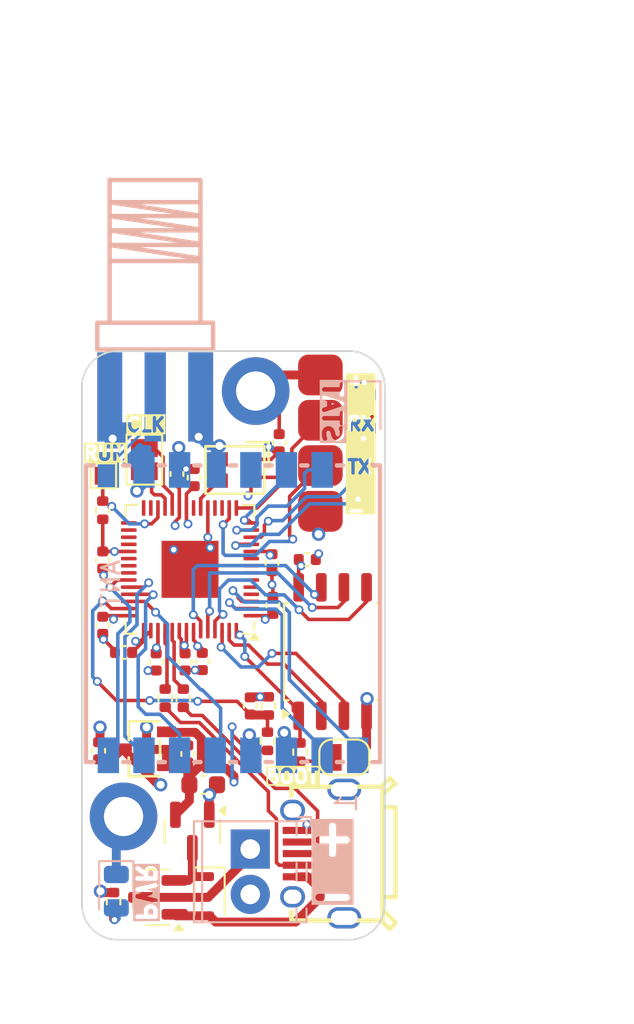
<source format=kicad_pcb>
(kicad_pcb (version 20240108) (generator "pcbnew") (generator_version "8.0")
  (layers (0 "F.Cu" signal) (1 "In1.Cu" signal) (2 "In2.Cu" signal) (31 "B.Cu" signal) (34 "B.Paste" user) (35 "F.Paste" user) (36 "B.SilkS" user "B.Silkscreen") (37 "F.SilkS" user "F.Silkscreen") (38 "B.Mask" user) (39 "F.Mask" user) (44 "Edge.Cuts" user))
  (net 0 "")
  (net 1 "GND")
  (net 2 "Net-(AE1-A)")
  (net 3 "+1V1")
  (net 4 "+3V3")
  (net 5 "+BATT")
  (net 6 "Net-(D1-K)")
  (net 7 "Net-(D2-A)")
  (net 8 "Net-(D3-K)")
  (net 9 "VBUS")
  (net 11 "/MCU/USB_D-")
  (net 13 "/MCU/USB_D+")
  (net 14 "/MCU/SWCLK")
  (net 15 "/MCU/SWD")
  (net 16 "/MCU/BOOTSEL")
  (net 17 "/Power/BATT POSTSW")
  (net 18 "/MCU/QSPI_SS")
  (net 19 "/MCU/RP USB_D+")
  (net 20 "/MCU/RP USB_D-")
  (net 21 "/MCU/RUN")
  (net 22 "/MCU/LEDINDICATION")
  (net 23 "/MCU/DIO2")
  (net 24 "/MCU/BUSY")
  (net 25 "/MCU/DIO3")
  (net 26 "/Radio Module/RST")
  (net 27 "/MCU/SCK")
  (net 28 "/MCU/NSS")
  (net 29 "/MCU/MISO")
  (net 30 "/MCU/TXCOEN")
  (net 31 "/MCU/MOSI")
  (net 32 "/MCU/DIO1")
  (net 33 "/MCU/QSPI_SD2")
  (net 34 "/MCU/QSPI_SCLK")
  (net 35 "/MCU/QSPI_SD3")
  (net 36 "/MCU/QSPI_SD1")
  (net 37 "/MCU/QSPI_SDO")
  (net 42 "/MCU/BATT SENSE ")
  (net 44 "/MCU/XIN")
  (net 50 "/MCU/RST")
  (net 58 "/MCU/GPS_TX")
  (net 59 "/MCU/GPS_RX")
  (footprint "Jumper:SolderJumper-2_P1.3mm_Open_RoundedPad1.0x1.5mm" (layer "F.Cu") (at 206.650301 102.35314 180)
    (property "Reference" "J3" (hide yes))
    (property "Value" "Conn_01x02")
  )
  (footprint "Capacitor_SMD:C_0402_1005Metric" (layer "F.Cu") (at 193.0908 94.9452 -90)
    (property "Reference" "C11" (hide yes))
    (property "Value" "100n")
  )
  (footprint "Capacitor_SMD:C_0402_1005Metric" (layer "F.Cu") (at 202.6412 93.8276 90)
    (property "Reference" "C8" (hide yes))
    (property "Value" "100n")
  )
  (footprint "Capacitor_SMD:C_0402_1005Metric" (layer "F.Cu") (at 202.9968 84.709 90)
    (property "Reference" "C5" (hide yes))
    (property "Value" "100n")
  )
  (footprint "Resistor_SMD:R_0402_1005Metric" (layer "F.Cu") (at 197.612 99.032 90)
    (property "Reference" "R2" (hide yes))
    (property "Value" "22R")
  )
  (footprint "TestPoint:TestPoint_Pad_1.0x1.0mm" (layer "F.Cu") (at 193.1416 86.5632)
    (property "Reference" "TP1" (hide yes))
    (property "Value" "TestPoint")
  )
  (footprint "Resistor_SMD:R_0402_1005Metric" (layer "F.Cu") (at 193.0908 88.4936 90)
    (property "Reference" "R4" (hide yes))
    (property "Value" "5.1k")
  )
  (footprint ".pretty:4 pads 2.54mm spacign" (layer "F.Cu") (at 205.3082 88.5317 90)
    (property "Reference" "J7" (hide yes))
    (property "Value" "Conn_01x04")
  )
  (footprint "Capacitor_SMD:C_0402_1005Metric" (layer "F.Cu") (at 201.3712 99.4664 90)
    (property "Reference" "C16" (hide yes))
    (property "Value" "100n")
  )
  (footprint "Capacitor_SMD:C_0402_1005Metric" (layer "F.Cu") (at 192.8622 101.981 90)
    (property "Reference" "C14" (hide yes))
    (property "Value" "1u")
  )
  (footprint "Package_TO_SOT_SMD:SOT-23" (layer "F.Cu") (at 196.1896 110.1993 180)
    (property "Reference" "Q1" (hide yes))
    (property "Value" "AO3401A")
  )
  (footprint "Diode_SMD:D_SOD-323F" (layer "F.Cu") (at 199.0852 110.1344 -90)
    (property "Reference" "D3" (hide yes))
    (property "Value" "D_Schottky")
  )
  (footprint "Resistor_SMD:R_0402_1005Metric" (layer "F.Cu") (at 207.7974 82.169 90)
    (property "Reference" "R5" (hide yes))
    (property "Value" "1k")
  )
  (footprint "Capacitor_SMD:C_0402_1005Metric" (layer "F.Cu") (at 197.7136 97 -90)
    (property "Reference" "C12" (hide yes))
    (property "Value" "100n")
  )
  (footprint "Resistor_SMD:R_0402_1005Metric" (layer "F.Cu") (at 202.3384 101.4476 90)
    (property "Reference" "R8" (hide yes))
    (property "Value" "30k")
  )
  (footprint "Resistor_SMD:R_0402_1005Metric" (layer "F.Cu") (at 204.1652 102.0572 -90)
    (property "Reference" "R1" (hide yes))
    (property "Value" "1k")
  )
  (footprint "Jumper:SolderJumper-2_P1.3mm_Open_Pad1.0x1.5mm" (layer "F.Cu") (at 195.4276 85.6592 -90)
    (property "Reference" "J2" (hide yes))
    (property "Value" "Conn_01x02")
  )
  (footprint "Capacitor_SMD:C_0402_1005Metric" (layer "F.Cu") (at 204.5716 91.2596)
    (property "Reference" "C3" (hide yes))
    (property "Value" "100n")
  )
  (footprint "Capacitor_SMD:C_0402_1005Metric" (layer "F.Cu") (at 198.2216 86.6648 90)
    (property "Reference" "C9" (hide yes))
    (property "Value" "100n")
  )
  (footprint "Capacitor_SMD:C_0402_1005Metric" (layer "F.Cu") (at 197.2564 86.4616 90)
    (property "Reference" "C2" (hide yes))
    (property "Value" "100n")
  )
  (footprint "Package_SO:SOIC-8_5.23x5.23mm_P1.27mm" (layer "F.Cu") (at 205.994 96.4184 90)
    (property "Reference" "U1" (hide yes))
    (property "Value" "W25Q128JVS")
  )
  (footprint "Package_TO_SOT_SMD:SOT-23" (layer "F.Cu") (at 198.12 106.5045 -90)
    (property "Reference" "Q2" (hide yes))
    (property "Value" "AO3401A")
  )
  (footprint "MountingHole:MountingHole_2.2mm_M2_DIN965_Pad" (layer "F.Cu") (at 194.2592 105.664)
    (property "Reference" "H4" (hide yes))
    (property "Value" "MountingHole_Pad")
  )
  (footprint "Resistor_SMD:R_0402_1005Metric" (layer "F.Cu") (at 202.3872 99.4664 90)
    (property "Reference" "R9" (hide yes))
    (property "Value" "51k")
  )
  (footprint "easyeda2kicad:OSC-SMD_4P-L2.0-W1.6-BL" (layer "F.Cu") (at 200.5128 86.24 180)
    (property "Reference" "X1" (hide yes))
    (property "Value" "SX1M12.000M10F30TNN")
  )
  (footprint "Package_DFN_QFN:QFN-56-1EP_7x7mm_P0.4mm_EP3.2x3.2mm" (layer "F.Cu") (at 197.99 91.8076 180)
    (property "Reference" "U2" (hide yes))
    (property "Value" "RP2040")
  )
  (footprint "Resistor_SMD:R_0402_1005Metric" (layer "F.Cu") (at 196.598 99.032 -90)
    (property "Reference" "R3" (hide yes))
    (property "Value" "22R")
  )
  (footprint "easyeda2kicad:MICRO-USB-SMD_U254-051T-4BHJ25-F2S" (layer "F.Cu") (at 205.1971 107.7468 90)
    (property "Reference" "J1" (hide yes))
    (property "Value" "USB_B_Micro")
  )
  (footprint "MountingHole:MountingHole_2.2mm_M2_DIN965_Pad" (layer "F.Cu") (at 201.676 81.8134)
    (property "Reference" "H3" (hide yes))
    (property "Value" "MountingHole_Pad")
  )
  (footprint "Capacitor_SMD:C_0402_1005Metric" (layer "F.Cu") (at 198.6788 96.9772 -90)
    (property "Reference" "C1" (hide yes))
    (property "Value" "100n")
  )
  (footprint "Capacitor_SMD:C_0402_1005Metric" (layer "F.Cu") (at 196.088 97 -90)
    (property "Reference" "C4" (hide yes))
    (property "Value" "1u")
  )
  (footprint "Capacitor_SMD:C_0402_1005Metric" (layer "F.Cu") (at 193.0908 91.2876 -90)
    (property "Reference" "C10" (hide yes))
    (property "Value" "100n")
  )
  (footprint "Capacitor_SMD:C_0402_1005Metric" (layer "F.Cu") (at 197.866 102.1588 90)
    (property "Reference" "C13" (hide yes))
    (property "Value" "1u")
  )
  (footprint ".pretty:SOT-23-3_L2.9-W1.6-P1.90-LS2.8-BR" (layer "F.Cu") (at 195.4322 101.8692)
    (property "Reference" "U3" (hide yes))
    (property "Value" "XC6206P332MR")
  )
  (footprint "Capacitor_SMD:C_0402_1005Metric" (layer "F.Cu") (at 202.5904 91.44 -90)
    (property "Reference" "C7" (hide yes))
    (property "Value" "100n")
  )
  (footprint "Capacitor_SMD:C_0603_1608Metric" (layer "F.Cu") (at 198.7296 103.886)
    (property "Reference" "C15" (hide yes))
    (property "Value" "10u")
  )
  (footprint "Resistor_SMD:R_0402_1005Metric" (layer "F.Cu") (at 193.7004 110.4392 90)
    (property "Reference" "R7" (hide yes))
    (property "Value" "1k")
  )
  (footprint "Capacitor_SMD:C_0402_1005Metric" (layer "F.Cu") (at 194.2592 96.4692 180)
    (property "Reference" "C6" (hide yes))
    (property "Value" "1u")
  )
  (footprint "TerminalBlock_Phoenix:TerminalBlock_Phoenix_MPT-0,5-2-2.54_1x02_P2.54mm_Horizontal" (layer "B.Cu") (at 201.3712 107.4928 -90)
    (property "Reference" "J4" (hide yes))
    (property "Value" "Screw_Terminal_01x02")
  )
  (footprint "easyeda2kicad2:WIRELM-SMD_16P-L16.0-W16.0-P2.00_LORA1280-TCXO" (layer "B.Cu") (at 200.406 94.234 90)
    (property "Reference" "R6" (hide yes))
    (property "Value" "~")
  )
  (footprint "LED_SMD:LED_0805_2012Metric" (layer "B.Cu") (at 193.8528 109.8527 -90)
    (property "Reference" "D2" (hide yes))
    (property "Value" "LED")
  )
  (footprint "LED_SMD:LED_0805_2012Metric" (layer "B.Cu") (at 207.7212 82.9564 -90)
    (property "Reference" "D1" (hide yes))
    (property "Value" "LED")
  )
  (footprint ".pretty:CONN-SMD_KH-SMA-KE8-G" (layer "B.Cu") (at 196.0372 82.1436 180)
    (property "Reference" "AE1" (hide yes))
    (property "Value" "Antenna_Shield")
  )
  (gr_line (start 191.9224 110.5728) (end 191.9224 81.5728) (stroke (width 0.1)) (layer "Edge.Cuts"))
  (gr_arc (start 206.9224 79.5728) (mid 208.336614 80.158586) (end 208.9224 81.5728) (stroke (width 0.1)) (layer "Edge.Cuts"))
  (gr_line (start 208.9224 81.5728) (end 208.9224 110.5728) (stroke (width 0.1)) (layer "Edge.Cuts"))
  (gr_arc (start 208.9224 110.5728) (mid 208.336614 111.987014) (end 206.9224 112.5728) (stroke (width 0.1)) (layer "Edge.Cuts"))
  (gr_line (start 206.9224 112.5728) (end 193.9224 112.5728) (stroke (width 0.1)) (layer "Edge.Cuts"))
  (gr_arc (start 191.9224 81.5728) (mid 192.508186 80.158586) (end 193.9224 79.5728) (stroke (width 0.1)) (layer "Edge.Cuts"))
  (gr_arc (start 193.9224 112.5728) (mid 192.508186 111.987014) (end 191.9224 110.5728) (stroke (width 0.1)) (layer "Edge.Cuts"))
  (gr_line (start 193.9224 79.5728) (end 206.9224 79.5728) (stroke (width 0.1)) (layer "Edge.Cuts"))
  (gr_text "+\n-" (at 207.4926 111.2266 0) (layer "B.SilkS" knockout) (effects (font (size 2 2) (thickness 0.4) (bold yes)) (justify left bottom mirror)))
  (gr_text "STAT" (at 205.3844 84.836 270) (layer "B.SilkS" knockout) (effects (font (size 1 1) (thickness 0.25) (bold yes)) (justify left bottom mirror)))
  (gr_text "PWR" (at 194.912321 111.686375 -90) (layer "B.SilkS" knockout) (effects (font (size 1 1) (thickness 0.25) (bold yes)) (justify left bottom mirror)))
  (gr_text "+\n\nRX\n\nTX\n\n-" (at 206.7306 88.9254 0) (layer "F.SilkS" knockout) (effects (font (size 0.75 0.75) (thickness 0.1875) (bold yes)) (justify left bottom)))
  (gr_text "BOOT" (at 202.1586 103.8606 0) (layer "F.SilkS" knockout) (effects (font (size 0.75 0.75) (thickness 0.1875) (bold yes)) (justify left bottom)))
  (gr_text "CLK" (at 194.3354 84.1502 0) (layer "F.SilkS" knockout) (effects (font (size 0.75 0.75) (thickness 0.1875) (bold yes)) (justify left bottom)))
  (gr_text "RUN" (at 191.929948 85.740922 0) (layer "F.SilkS" knockout) (effects (font (size 0.75 0.75) (thickness 0.1875) (bold yes)) (justify left bottom)))
  (segment (start 192.9384 101.4248) (end 192.9384 100.658998) (width 0.5) (layer "F.Cu") (net 1))
  (segment (start 199.6128 85.64) (end 199.6128 84.918) (width 0.2) (layer "F.Cu") (net 1))
  (segment (start 195.554198 101.829798) (end 195.554198 100.658998) (width 0.5) (layer "F.Cu") (net 1))
  (segment (start 202.9968 83.1342) (end 201.676 81.8134) (width 0.2) (layer "F.Cu") (net 1))
  (segment (start 198.99 90.458327) (end 199.128484 90.596811) (width 0.2) (layer "F.Cu") (net 1))
  (segment (start 193.7792 96.3702) (end 193.0908 95.6818) (width 0.2) (layer "F.Cu") (net 1))
  (segment (start 207.899 99.0854) (end 207.9244 99.06) (width 0.5) (layer "F.Cu") (net 1))
  (segment (start 192.8622 101.6) (end 192.8876 101.6254) (width 0.2) (layer "F.Cu") (net 1))
  (segment (start 197.2564 86.1848) (end 198.2216 86.1848) (width 0.2) (layer "F.Cu") (net 1))
  (segment (start 198.99 88.3701) (end 198.99 90.0176) (width 0.2) (layer "F.Cu") (net 1))
  (segment (start 199.5046 104.0102) (end 199.07 104.4448) (width 0.5) (layer "F.Cu") (net 1))
  (segment (start 195.636 97.48) (end 195.6308 97.4852) (width 0.2) (layer "F.Cu") (net 1))
  (segment (start 196.6292 101.9048) (end 196.6722 101.9478) (width 0.5) (layer "F.Cu") (net 1))
  (segment (start 199.5046 103.886) (end 199.5046 104.0102) (width 0.5) (layer "F.Cu") (net 1))
  (segment (start 196.6722 101.9478) (end 196.6722 102.8192) (width 0.5) (layer "F.Cu") (net 1))
  (segment (start 199.07 105.567) (end 199.07 104.4448) (width 0.5) (layer "F.Cu") (net 1))
  (segment (start 197.99 91.8076) (end 198.99 90.8076) (width 0.2) (layer "F.Cu") (net 1))
  (segment (start 197.7364 97.4572) (end 197.7136 97.48) (width 0.2) (layer "F.Cu") (net 1))
  (segment (start 207.899 101.754441) (end 207.300301 102.35314) (width 0.5) (layer "F.Cu") (net 1))
  (segment (start 193.7792 96.4692) (end 193.7792 96.3702) (width 0.2) (layer "F.Cu") (net 1))
  (segment (start 203.9871 106.4468) (end 204.210222 106.4468) (width 0.2) (layer "F.Cu") (net 1))
  (segment (start 198.99 90.8076) (end 198.99 90.735295) (width 0.2) (layer "F.Cu") (net 1))
  (segment (start 202.5904 91.92) (end 202.5904 92.663736) (width 0.2) (layer "F.Cu") (net 1))
  (segment (start 197.866 101.6788) (end 197.64 101.9048) (width 0.5) (layer "F.Cu") (net 1))
  (segment (start 202.6412 92.714536) (end 202.592464 92.6658) (width 0.2) (layer "F.Cu") (net 1))
  (segment (start 202.6412 93.3476) (end 202.6412 92.714536) (width 0.2) (layer "F.Cu") (net 1))
  (segment (start 198.99 90.0176) (end 198.99 90.458327) (width 0.2) (layer "F.Cu") (net 1))
  (segment (start 202.5904 92.663736) (end 202.592464 92.6658) (width 0.2) (layer "F.Cu") (net 1))
  (segment (start 199.6128 84.918) (end 199.644 84.8868) (width 0.2) (layer "F.Cu") (net 1))
  (segment (start 197.2056 101.9048) (end 196.6292 101.9048) (width 0.5) (layer "F.Cu") (net 1))
  (segment (start 207.899 100.0184) (end 207.899 101.754441) (width 0.5) (layer "F.Cu") (net 1))
  (segment (start 193.0908 92.1004) (end 193.1416 92.1512) (width 0.2) (layer "F.Cu") (net 1))
  (segment (start 205.0516 91.2596) (end 205.0516 91.093844) (width 0.2) (layer "F.Cu") (net 1))
  (segment (start 193.0908 91.7676) (end 193.0908 92.1004) (width 0.2) (layer "F.Cu") (net 1))
  (segment (start 192.8622 101.501) (end 192.8622 101.6) (width 0.2) (layer "F.Cu") (net 1))
  (segment (start 198.6788 97.4572) (end 197.7364 97.4572) (width 0.2) (layer "F.Cu") (net 1))
  (segment (start 205.0516 91.093844) (end 205.209711 90.935733) (width 0.2) (layer "F.Cu") (net 1))
  (segment (start 196.088 97.48) (end 195.636 97.48) (width 0.2) (layer "F.Cu") (net 1))
  (segment (start 198.99 90.735295) (end 199.128484 90.596811) (width 0.2) (layer "F.Cu") (net 1))
  (segment (start 202.9968 84.229) (end 202.9968 83.1342) (width 0.2) (layer "F.Cu") (net 1))
  (segment (start 202.3872 98.9564) (end 201.4012 98.9564) (width 0.5) (layer "F.Cu") (net 1))
  (segment (start 192.8622 101.501) (end 192.9384 101.4248) (width 0.5) (layer "F.Cu") (net 1))
  (segment (start 197.64 101.9048) (end 197.2056 101.9048) (width 0.5) (layer "F.Cu") (net 1))
  (segment (start 195.6292 101.9048) (end 195.554198 101.829798) (width 0.5) (layer "F.Cu") (net 1))
  (segment (start 201.4012 98.9564) (end 201.3712 98.9864) (width 0.5) (layer "F.Cu") (net 1))
  (segment (start 193.0908 95.6818) (end 193.0908 95.4252) (width 0.2) (layer "F.Cu") (net 1))
  (segment (start 204.210222 106.4468) (end 204.552088 106.104934) (width 0.2) (layer "F.Cu") (net 1))
  (segment (start 207.899 100.0184) (end 207.899 99.0854) (width 0.5) (layer "F.Cu") (net 1))
  (segment (start 205.3082 80.9117) (end 202.5777 80.9117) (width 0.5) (layer "F.Cu") (net 1))
  (segment (start 202.5777 80.9117) (end 201.676 81.8134) (width 0.5) (layer "F.Cu") (net 1))
  (segment (start 196.6292 101.9048) (end 195.6292 101.9048) (width 0.5) (layer "F.Cu") (net 1))
  (via (at 198.99 90.0176) (size 0.5) (drill 0.3) (layers "F.Cu" "B.Cu") (net 1))
  (via (at 193.1416 92.1512) (size 0.5) (drill 0.3) (layers "F.Cu" "B.Cu") (net 1))
  (via (at 204.552088 106.104934) (size 0.5) (drill 0.3) (layers "F.Cu" "B.Cu") (net 1))
  (via (at 205.209711 90.935733) (size 0.5) (drill 0.3) (layers "F.Cu" "B.Cu") (net 1))
  (via (at 195.0074 87.413621) (size 0.75) (drill 0.45) (layers "F.Cu" "B.Cu") (net 1))
  (via (at 199.07 104.4448) (size 0.75) (drill 0.45) (layers "F.Cu" "B.Cu") (net 1))
  (via (at 201.3204 101.092) (size 0.75) (drill 0.45) (layers "F.Cu" "B.Cu") (net 1))
  (via (at 197.358 84.9884) (size 0.75) (drill 0.45) (layers "F.Cu" "B.Cu") (net 1))
  (via (at 197.075019 90.708178) (size 0.5) (drill 0.3) (layers "F.Cu" "B.Cu") (net 1))
  (via (at 195.554198 100.658998) (size 0.75) (drill 0.45) (layers "F.Cu" "B.Cu") (net 1))
  (via (at 199.644 84.8868) (size 0.75) (drill 0.45) (layers "F.Cu" "B.Cu") (net 1))
  (via (at 198.2724 97.4572) (size 0.5) (drill 0.3) (layers "F.Cu" "B.Cu") (net 1))
  (via (at 197.7644 86.1848) (size 0.5) (drill 0.3) (layers "F.Cu" "B.Cu") (net 1))
  (via (at 198.4756 84.3788) (size 0.75) (drill 0.45) (layers "F.Cu" "B.Cu") (net 1))
  (via (at 202.592464 92.6658) (size 0.5) (drill 0.3) (layers "F.Cu" "B.Cu") (net 1))
  (via (at 193.6496 84.4804) (size 0.75) (drill 0.45) (layers "F.Cu" "B.Cu") (net 1))
  (via (at 201.93 98.9564) (size 0.5) (drill 0.3) (layers "F.Cu" "B.Cu") (net 1))
  (via (at 195.6308 97.4852) (size 0.5) (drill 0.3) (layers "F.Cu" "B.Cu") (net 1))
  (via (at 207.9244 99.06) (size 0.75) (drill 0.45) (layers "F.Cu" "B.Cu") (net 1))
  (via (at 193.128213 95.735656) (size 0.5) (drill 0.3) (layers "F.Cu" "B.Cu") (net 1))
  (via (at 192.9384 100.658998) (size 0.75) (drill 0.45) (layers "F.Cu" "B.Cu") (net 1))
  (via (at 199.128484 90.596811) (size 0.5) (drill 0.3) (layers "F.Cu" "B.Cu") (net 1))
  (segment (start 193.538 84.3688) (end 193.6496 84.4804) (width 0.5) (layer "B.Cu") (net 1))
  (segment (start 193.538 81.8695) (end 193.538 84.3688) (width 0.5) (layer "B.Cu") (net 1))
  (segment (start 198.4756 84.3788) (end 198.9836 84.8868) (width 0.5) (layer "B.Cu") (net 1))
  (segment (start 201.406 102.234) (end 201.406 101.1776) (width 0.5) (layer "B.Cu") (net 1))
  (segment (start 198.9836 84.8868) (end 199.644 84.8868) (width 0.5) (layer "B.Cu") (net 1))
  (segment (start 197.406 86.234) (end 197.406 85.0364) (width 0.5) (layer "B.Cu") (net 1))
  (segment (start 199.406 86.234) (end 199.406 85.1248) (width 0.5) (layer "B.Cu") (net 1))
  (segment (start 201.406 101.1776) (end 201.3204 101.092) (width 0.5) (layer "B.Cu") (net 1))
  (segment (start 195.406 87.015021) (end 195.0074 87.413621) (width 0.5) (layer "B.Cu") (net 1))
  (segment (start 195.406 86.234) (end 195.406 87.015021) (width 0.5) (layer "B.Cu") (net 1))
  (segment (start 193.8528 108.9152) (end 193.8528 106.0704) (width 0.5) (layer "B.Cu") (net 1))
  (segment (start 197.406 85.0364) (end 197.358 84.9884) (width 0.5) (layer "B.Cu") (net 1))
  (segment (start 193.8528 106.0704) (end 194.2592 105.664) (width 0.5) (layer "B.Cu") (net 1))
  (segment (start 199.406 85.1248) (end 199.644 84.8868) (width 0.5) (layer "B.Cu") (net 1))
  (segment (start 201.406 102.9186) (end 201.406 102.234) (width 0.5) (layer "B.Cu") (net 1))
  (segment (start 196.088 83.3628) (end 196.088 81.8695) (width 0.2) (layer "B.Cu") (net 2))
  (segment (start 193.406 86.234) (end 193.406 86.0448) (width 0.2) (layer "B.Cu") (net 2))
  (segment (start 193.406 86.0448) (end 196.088 83.3628) (width 0.15) (layer "B.Cu") (net 2))
  (segment (start 198.37312 95.96208) (end 198.19 95.77896) (width 0.2) (layer "F.Cu") (net 3))
  (segment (start 198.6788 96.26776) (end 198.37312 95.96208) (width 0.2) (layer "F.Cu") (net 3))
  (segment (start 196.19 96.418) (end 196.19 95.9104) (width 0.2) (layer "F.Cu") (net 3))
  (segment (start 197.39 88.3701) (end 197.39 87.2784) (width 0.2) (layer "F.Cu") (net 3))
  (segment (start 197.39 88.3701) (end 197.39 88.90396) (width 0.2) (layer "F.Cu") (net 3))
  (segment (start 198.37312 95.96208) (end 198.415682 96.004642) (width 0.2) (layer "F.Cu") (net 3))
  (segment (start 198.19 95.77896) (end 198.19 95.2451) (width 0.2) (layer "F.Cu") (net 3))
  (segment (start 196.104841 96.209876) (end 196.19 96.124717) (width 0.2) (layer "F.Cu") (net 3))
  (segment (start 196.19 96.124717) (end 196.19 95.9104) (width 0.2) (layer "F.Cu") (net 3))
  (segment (start 197.39 88.90396) (end 197.1548 89.13916) (width 0.2) (layer "F.Cu") (net 3))
  (segment (start 198.415682 96.004642) (end 198.415682 96.117324) (width 0.2) (layer "F.Cu") (net 3))
  (segment (start 198.6788 96.4972) (end 198.6788 96.26776) (width 0.2) (layer "F.Cu") (net 3))
  (segment (start 196.088 96.52) (end 196.19 96.418) (width 0.2) (layer "F.Cu") (net 3))
  (segment (start 196.19 95.9104) (end 196.19 95.2451) (width 0.2) (layer "F.Cu") (net 3))
  (segment (start 197.39 87.2784) (end 197.2564 87.1448) (width 0.2) (layer "F.Cu") (net 3))
  (segment (start 197.1548 89.13916) (end 197.1548 89.3572) (width 0.2) (layer "F.Cu") (net 3))
  (via (at 198.415682 96.117324) (size 0.5) (drill 0.3) (layers "F.Cu" "B.Cu") (net 3))
  (via (at 197.1548 89.3572) (size 0.5) (drill 0.3) (layers "F.Cu" "B.Cu") (net 3))
  (via (at 196.104841 96.209876) (size 0.5) (drill 0.3) (layers "F.Cu" "B.Cu") (net 3))
  (segment (start 202.0824 94.488) (end 202.2094 94.615) (width 0.2) (layer "F.Cu") (net 4))
  (segment (start 195.79 95.2451) (end 195.195752 95.839348) (width 0.2) (layer "F.Cu") (net 4))
  (segment (start 193.7004 109.9292) (end 193.037778 109.9292) (width 0.5) (layer "F.Cu") (net 4))
  (segment (start 195.195752 95.839348) (end 194.937822 95.839348) (width 0.2) (layer "F.Cu") (net 4))
  (segment (start 202.0824 94.4076) (end 202.0824 94.488) (width 0.2) (layer "F.Cu") (net 4))
  (segment (start 194.5525 90.8076) (end 193.7512 90.8076) (width 0.2) (layer "F.Cu") (net 4))
  (segment (start 201.4128 85.64) (end 202.5458 85.64) (width 0.2) (layer "F.Cu") (net 4))
  (segment (start 202.9008 85.429239) (end 202.405811 84.93425) (width 0.2) (layer "F.Cu") (net 4))
  (segment (start 202.9008 86.6508) (end 202.9008 85.8012) (width 0.2) (layer "F.Cu") (net 4))
  (segment (start 197.39 95.619427) (end 197.498 95.727428) (width 0.2) (layer "F.Cu") (net 4))
  (segment (start 201.4275 90.8076) (end 202.0316 90.8076) (width 0.2) (layer "F.Cu") (net 4))
  (segment (start 193.037778 109.9292) (end 192.961617 109.853039) (width 0.5) (layer "F.Cu") (net 4))
  (segment (start 195.39 95.8184) (end 194.7392 96.4692) (width 0.2) (layer "F.Cu") (net 4))
  (segment (start 204.089 91.7448) (end 204.221165 91.612635) (width 0.2) (layer "F.Cu") (net 4))
  (segment (start 197.79 95.2451) (end 197.79 95.962563) (width 0.2) (layer "F.Cu") (net 4))
  (segment (start 197.79 87.5764) (end 197.79 88.3701) (width 0.2) (layer "F.Cu") (net 4))
  (segment (start 195.39 95.2451) (end 195.39 95.8184) (width 0.2) (layer "F.Cu") (net 4))
  (segment (start 197.79 89.1796) (end 197.873535 89.263135) (width 0.2) (layer "F.Cu") (net 4))
  (segment (start 202.9008 85.285) (end 202.9968 85.189) (width 0.2) (layer "F.Cu") (net 4))
  (segment (start 205.2066 89.423) (end 205.2066 89.8398) (width 0.5) (layer "F.Cu") (net 4))
  (segment (start 204.089 92.8184) (end 204.089 91.7448) (width 0.2) (layer "F.Cu") (net 4))
  (segment (start 197.79 88.3701) (end 197.79 89.1796) (width 0.2) (layer "F.Cu") (net 4))
  (segment (start 193.3998 94.4076) (end 194.5525 94.4076) (width 0.2) (layer "F.Cu") (net 4))
  (segment (start 201.602 86.6508) (end 201.4128 86.84) (width 0.2) (layer "F.Cu") (net 4))
  (segment (start 196.209 103.886) (end 196.342 103.886) (width 0.5) (layer "F.Cu") (net 4))
  (segment (start 193.0908 90.8076) (end 193.0908 89.0036) (width 0.2) (layer "F.Cu") (net 4))
  (segment (start 202.0316 90.8076) (end 202.438 90.8076) (width 0.2) (layer "F.Cu") (net 4))
  (segment (start 197.498 95.727428) (end 197.498 96.52) (width 0.2) (layer "F.Cu") (net 4))
  (segment (start 201.4128 87.515402) (end 201.4128 86.84) (width 0.2) (layer "F.Cu") (net 4))
  (segment (start 202.438 90.8076) (end 202.5904 90.96) (width 0.2) (layer "F.Cu") (net 4))
  (segment (start 193.5496 102.461) (end 193.6004 102.461) (width 0.5) (layer "F.Cu") (net 4))
  (segment (start 193.0908 94.4652) (end 193.3422 94.4652) (width 0.2) (layer "F.Cu") (net 4))
  (segment (start 202.9008 85.8012) (end 202.9008 85.429239) (width 0.2) (layer "F.Cu") (net 4))
  (segment (start 197.7136 96.52) (end 197.7136 96.123031) (width 0.2) (layer "F.Cu") (net 4))
  (segment (start 201.2442 87.684002) (end 201.4128 87.515402) (width 0.2) (layer "F.Cu") (net 4))
  (segment (start 202.0824 94.4076) (end 201.4275 94.4076) (width 0.2) (layer "F.Cu") (net 4))
  (segment (start 193.5496 102.461) (end 192.8622 102.461) (width 0.5) (layer "F.Cu") (net 4))
  (segment (start 197.498 96.52) (end 197.7136 96.52) (width 0.2) (layer "F.Cu") (net 4))
  (segment (start 204.0916 91.48307) (end 204.221165 91.612635) (width 0.2) (layer "F.Cu") (net 4))
  (segment (start 202.277185 90.8076) (end 202.481563 91.011978) (width 0.2) (layer "F.Cu") (net 4))
  (segment (start 204.0032 91.1712) (end 204.0916 91.2596) (width 0.2) (layer "F.Cu") (net 4))
  (segment (start 193.3422 94.4652) (end 193.3998 94.4076) (width 0.2) (layer "F.Cu") (net 4))
  (segment (start 202.5412 94.4076) (end 202.0824 94.4076) (width 0.2) (layer "F.Cu") (net 4))
  (segment (start 197.79 95.962563) (end 197.671566 96.080997) (width 0.2) (layer "F.Cu") (net 4))
  (segment (start 201.4128 85.64) (end 201.4128 86.84) (width 0.2) (layer "F.Cu") (net 4))
  (segment (start 202.0316 90.8076) (end 202.277185 90.8076) (width 0.2) (layer "F.Cu") (net 4))
  (segment (start 202.6412 94.3076) (end 202.5412 94.4076) (width 0.2) (layer "F.Cu") (net 4))
  (segment (start 202.9008 86.6508) (end 201.602 86.6508) (width 0.2) (layer "F.Cu") (net 4))
  (segment (start 194.1922 101.8692) (end 196.209 103.886) (width 0.5) (layer "F.Cu") (net 4))
  (segment (start 197.7136 96.123031) (end 197.671566 96.080997) (width 0.2) (layer "F.Cu") (net 4))
  (segment (start 197.39 95.2451) (end 197.39 95.619427) (width 0.2) (layer "F.Cu") (net 4))
  (segment (start 193.6004 102.461) (end 194.1922 101.8692) (width 0.5) (layer "F.Cu") (net 4))
  (segment (start 202.9008 85.8012) (end 202.9008 85.285) (width 0.2) (layer "F.Cu") (net 4))
  (segment (start 202.5458 85.64) (end 202.9968 85.189) (width 0.2) (layer "F.Cu") (net 4))
  (segment (start 198.2216 87.1448) (end 197.79 87.5764) (width 0.2) (layer "F.Cu") (net 4))
  (segment (start 193.0908 90.8076) (end 193.7512 90.8076) (width 0.2) (layer "F.Cu") (net 4))
  (segment (start 204.0916 91.2596) (end 204.0916 91.48307) (width 0.2) (layer "F.Cu") (net 4))
  (via (at 207.7212 84.4804) (size 0.5) (drill 0.3) (layers "F.Cu" "B.Cu") (net 4))
  (via (at 196.342 103.886) (size 0.75) (drill 0.45) (layers "F.Cu" "B.Cu") (net 4))
  (via (at 197.671566 96.080997) (size 0.5) (drill 0.3) (layers "F.Cu" "B.Cu") (net 4))
  (via (at 192.961617 109.853039) (size 0.75) (drill 0.45) (layers "F.Cu" "B.Cu") (net 4))
  (via (at 205.2066 89.8398) (size 0.75) (drill 0.45) (layers "F.Cu" "B.Cu") (net 4))
  (via (at 201.2442 87.684002) (size 0.5) (drill 0.3) (layers "F.Cu" "B.Cu") (net 4))
  (via (at 202.481563 91.011978) (size 0.5) (drill 0.3) (layers "F.Cu" "B.Cu") (net 4))
  (via (at 193.7004 94.6076) (size 0.5) (drill 0.3) (layers "F.Cu" "B.Cu") (net 4))
  (via (at 204.221165 91.612635) (size 0.5) (drill 0.3) (layers "F.Cu" "B.Cu") (net 4))
  (via (at 202.405811 84.93425) (size 0.6) (drill 0.3) (layers "F.Cu" "B.Cu") (net 4))
  (via (at 203.274086 100.96452) (size 0.75) (drill 0.45) (layers "F.Cu" "B.Cu") (net 4))
  (via (at 197.873535 89.263135) (size 0.5) (drill 0.3) (layers "F.Cu" "B.Cu") (net 4))
  (via (at 202.2094 94.615) (size 0.5) (drill 0.3) (layers "F.Cu" "B.Cu") (net 4))
  (via (at 193.7512 90.8076) (size 0.5) (drill 0.3) (layers "F.Cu" "B.Cu") (net 4))
  (via (at 194.937822 95.839348) (size 0.5) (drill 0.3) (layers "F.Cu" "B.Cu") (net 4))
  (segment (start 203.406 102.234) (end 203.406 101.096434) (width 0.5) (layer "B.Cu") (net 4))
  (segment (start 203.406 101.096434) (end 203.274086 100.96452) (width 0.5) (layer "B.Cu") (net 4))
  (segment (start 207.7212 83.8939) (end 207.7212 84.4804) (width 0.2) (layer "B.Cu") (net 4))
  (segment (start 202.3384 101.9576) (end 201.231405 101.9576) (width 0.2) (layer "F.Cu") (net 5))
  (segment (start 196.6292 100.9548) (end 196.6352 100.9488) (width 0.5) (layer "F.Cu") (net 5))
  (segment (start 201.231405 101.9576) (end 200.3552 101.081395) (width 0.2) (layer "F.Cu") (net 5))
  (segment (start 200.015428 102.961) (end 200.4568 103.402372) (width 0.5) (layer "F.Cu") (net 5))
  (segment (start 197.9546 103.411) (end 197.9546 103.886) (width 0.5) (layer "F.Cu") (net 5))
  (segment (start 196.6352 100.9488) (end 198.284266 100.9488) (width 0.5) (layer "F.Cu") (net 5))
  (segment (start 197.866 102.6388) (end 197.866 103.7974) (width 0.5) (layer "F.Cu") (net 5))
  (segment (start 197.9546 104.7824) (end 197.17 105.567) (width 0.5) (layer "F.Cu") (net 5))
  (segment (start 198.284266 100.9488) (end 198.628 101.292534) (width 0.5) (layer "F.Cu") (net 5))
  (segment (start 198.628 102.108) (end 198.628 102.7376) (width 0.5) (layer "F.Cu") (net 5))
  (segment (start 200.3552 101.081395) (end 200.3552 100.6348) (width 0.2) (layer "F.Cu") (net 5))
  (segment (start 198.628 102.7376) (end 197.9546 103.411) (width 0.5) (layer "F.Cu") (net 5))
  (segment (start 197.866 103.7974) (end 197.9546 103.886) (width 0.5) (layer "F.Cu") (net 5))
  (segment (start 198.8514 102.961) (end 200.015428 102.961) (width 0.5) (layer "F.Cu") (net 5))
  (segment (start 198.628 101.292534) (end 198.628 102.108) (width 0.5) (layer "F.Cu") (net 5))
  (segment (start 200.4568 103.402372) (end 200.4568 103.7336) (width 0.5) (layer "F.Cu") (net 5))
  (segment (start 197.9546 103.886) (end 197.9546 104.7824) (width 0.5) (layer "F.Cu") (net 5))
  (segment (start 198.628 102.7376) (end 198.8514 102.961) (width 0.5) (layer "F.Cu") (net 5))
  (via (at 200.4568 103.7336) (size 0.5) (drill 0.3) (layers "F.Cu" "B.Cu") (net 5))
  (via (at 200.3552 100.6348) (size 0.5) (drill 0.3) (layers "F.Cu" "B.Cu") (net 5))
  (segment (start 200.3552 103.632) (end 200.4568 103.7336) (width 0.2) (layer "B.Cu") (net 5))
  (segment (start 200.3552 100.6348) (end 200.3552 103.632) (width 0.2) (layer "B.Cu") (net 5))
  (via (at 207.772 81.3308) (size 0.5) (drill 0.3) (layers "F.Cu" "B.Cu") (net 6))
  (segment (start 207.7212 81.3816) (end 207.772 81.3308) (width 0.2) (layer "B.Cu") (net 6))
  (segment (start 207.7212 82.0189) (end 207.7212 81.3816) (width 0.2) (layer "B.Cu") (net 6))
  (segment (start 193.7004 111.4044) (end 193.7512 111.4552) (width 0.5) (layer "F.Cu") (net 7))
  (segment (start 193.7004 110.9492) (end 193.7004 111.4044) (width 0.5) (layer "F.Cu") (net 7))
  (via (at 193.7512 111.4552) (size 0.5) (drill 0.3) (layers "F.Cu" "B.Cu") (net 7))
  (segment (start 193.8528 110.7902) (end 193.8528 111.3536) (width 0.5) (layer "B.Cu") (net 7))
  (segment (start 193.8528 111.3536) (end 193.7512 111.4552) (width 0.5) (layer "B.Cu") (net 7))
  (segment (start 199.0852 109.0344) (end 198.12 109.0344) (width 0.5) (layer "F.Cu") (net 8))
  (segment (start 198.12 109.0344) (end 197.9051 109.2493) (width 0.5) (layer "F.Cu") (net 8))
  (segment (start 197.9051 109.2493) (end 197.1271 109.2493) (width 0.5) (layer "F.Cu") (net 8))
  (segment (start 198.12 107.442) (end 198.12 109.0344) (width 0.5) (layer "F.Cu") (net 8))
  (segment (start 205.2971 109.7468) (end 205.2971 110.201724) (width 0.5) (layer "F.Cu") (net 9))
  (segment (start 197.2122 111.2344) (end 197.1271 111.1493) (width 0.5) (layer "F.Cu") (net 9))
  (segment (start 199.0852 111.2344) (end 197.2122 111.2344) (width 0.5) (layer "F.Cu") (net 9))
  (segment (start 199.4336 111.5828) (end 199.0852 111.2344) (width 0.5) (layer "F.Cu") (net 9))
  (segment (start 204.5971 109.0468) (end 205.2971 109.7468) (width 0.5) (layer "F.Cu") (net 9))
  (segment (start 203.916024 111.5828) (end 199.4336 111.5828) (width 0.5) (layer "F.Cu") (net 9))
  (segment (start 205.2971 110.201724) (end 203.916024 111.5828) (width 0.5) (layer "F.Cu") (net 9))
  (segment (start 203.9971 109.0468) (end 204.5971 109.0468) (width 0.5) (layer "F.Cu") (net 9))
  (segment (start 197.4548 100.3988) (end 198.512084 100.3988) (width 0.2) (layer "F.Cu") (net 11))
  (segment (start 202.8444 105.796892) (end 202.8444 108.2441) (width 0.2) (layer "F.Cu") (net 11))
  (segment (start 202.9971 108.3968) (end 203.9971 108.3968) (width 0.2) (layer "F.Cu") (net 11))
  (segment (start 198.512084 100.3988) (end 202.3872 104.273916) (width 0.2) (layer "F.Cu") (net 11))
  (segment (start 202.3872 104.273916) (end 202.3872 105.339692) (width 0.2) (layer "F.Cu") (net 11))
  (segment (start 202.3872 105.339692) (end 202.8444 105.796892) (width 0.2) (layer "F.Cu") (net 11))
  (segment (start 202.8444 108.2441) (end 202.9971 108.3968) (width 0.2) (layer "F.Cu") (net 11))
  (segment (start 196.598 99.542) (end 197.4548 100.3988) (width 0.2) (layer "F.Cu") (net 11))
  (segment (start 205.152088 107.591812) (end 205.152088 105.358996) (width 0.2) (layer "F.Cu") (net 13))
  (segment (start 198.677769 99.9988) (end 198.0688 99.9988) (width 0.2) (layer "F.Cu") (net 13))
  (segment (start 203.9971 107.7468) (end 204.9971 107.7468) (width 0.2) (layer "F.Cu") (net 13))
  (segment (start 204.9971 107.7468) (end 205.152088 107.591812) (width 0.2) (layer "F.Cu") (net 13))
  (segment (start 198.0688 99.9988) (end 197.612 99.542) (width 0.2) (layer "F.Cu") (net 13))
  (segment (start 202.768169 104.0892) (end 198.677769 99.9988) (width 0.2) (layer "F.Cu") (net 13))
  (segment (start 203.882292 104.0892) (end 202.768169 104.0892) (width 0.2) (layer "F.Cu") (net 13))
  (segment (start 205.152088 105.358996) (end 203.882292 104.0892) (width 0.2) (layer "F.Cu") (net 13))
  (segment (start 196.4776 87.098934) (end 196.4776 85.5092) (width 0.2) (layer "F.Cu") (net 14))
  (segment (start 196.99 87.611334) (end 196.4776 87.098934) (width 0.2) (layer "F.Cu") (net 14))
  (segment (start 196.4776 85.5092) (end 195.9776 85.0092) (width 0.2) (layer "F.Cu") (net 14))
  (segment (start 195.9776 85.0092) (end 195.4276 85.0092) (width 0.2) (layer "F.Cu") (net 14))
  (segment (start 196.99 88.3701) (end 196.99 87.611334) (width 0.2) (layer "F.Cu") (net 14))
  (segment (start 195.834 86.7156) (end 195.834 87.4716) (width 0.2) (layer "F.Cu") (net 15))
  (segment (start 195.995 87.6326) (end 196.38636 87.6326) (width 0.2) (layer "F.Cu") (net 15))
  (segment (start 195.4276 86.3092) (end 195.834 86.7156) (width 0.2) (layer "F.Cu") (net 15))
  (segment (start 196.38636 87.6326) (end 196.59 87.83624) (width 0.2) (layer "F.Cu") (net 15))
  (segment (start 196.59 87.83624) (end 196.59 88.3701) (width 0.2) (layer "F.Cu") (net 15))
  (segment (start 195.834 87.4716) (end 195.995 87.6326) (width 0.2) (layer "F.Cu") (net 15))
  (segment (start 204.1652 102.5672) (end 205.786241 102.5672) (width 0.2) (layer "F.Cu") (net 16))
  (segment (start 205.786241 102.5672) (end 206.000301 102.35314) (width 0.2) (layer "F.Cu") (net 16))
  (segment (start 201.3712 107.8992) (end 201.312768 107.8992) (width 0.5) (layer "F.Cu") (net 17))
  (segment (start 201.312768 107.8992) (end 199.012668 110.1993) (width 0.5) (layer "F.Cu") (net 17))
  (segment (start 199.012668 110.1993) (end 195.2521 110.1993) (width 0.5) (layer "F.Cu") (net 17))
  (segment (start 203.789 99.7184) (end 203.789 99.420498) (width 0.2) (layer "F.Cu") (net 18))
  (segment (start 204.089 100.0184) (end 203.789 99.7184) (width 0.2) (layer "F.Cu") (net 18))
  (segment (start 200.59 95.2451) (end 200.782314 95.437414) (width 0.2) (layer "F.Cu") (net 18))
  (segment (start 200.782314 95.437414) (end 200.782314 95.488679) (width 0.2) (layer "F.Cu") (net 18))
  (segment (start 204.1652 100.0946) (end 204.089 100.0184) (width 0.2) (layer "F.Cu") (net 18))
  (segment (start 204.1652 101.5472) (end 204.1652 100.0946) (width 0.2) (layer "F.Cu") (net 18))
  (segment (start 203.789 99.420498) (end 201.066351 96.697849) (width 0.2) (layer "F.Cu") (net 18))
  (via (at 200.782314 95.488679) (size 0.5) (drill 0.3) (layers "F.Cu" "B.Cu") (net 18))
  (via (at 201.066351 96.697849) (size 0.5) (drill 0.3) (layers "F.Cu" "B.Cu") (net 18))
  (segment (start 201.066351 95.772716) (end 201.066351 96.697849) (width 0.2) (layer "B.Cu") (net 18))
  (segment (start 200.782314 95.488679) (end 201.066351 95.772716) (width 0.2) (layer "B.Cu") (net 18))
  (segment (start 196.99 95.785112) (end 196.99 95.2451) (width 0.2) (layer "F.Cu") (net 19))
  (segment (start 197.098 98.008) (end 197.098 95.893112) (width 0.2) (layer "F.Cu") (net 19))
  (segment (start 197.098 95.893112) (end 196.99 95.785112) (width 0.2) (layer "F.Cu") (net 19))
  (segment (start 197.612 98.522) (end 197.098 98.008) (width 0.2) (layer "F.Cu") (net 19))
  (segment (start 196.59 95.2451) (end 196.59 95.950798) (width 0.2) (layer "F.Cu") (net 20))
  (segment (start 196.698 98.422) (end 196.598 98.522) (width 0.2) (layer "F.Cu") (net 20))
  (segment (start 196.59 95.950798) (end 196.698 96.058798) (width 0.2) (layer "F.Cu") (net 20))
  (segment (start 196.698 96.058798) (end 196.698 98.422) (width 0.2) (layer "F.Cu") (net 20))
  (segment (start 195.8365 89.25746) (end 195.44 89.25746) (width 0.2) (layer "F.Cu") (net 21))
  (segment (start 196.19 88.90396) (end 195.8365 89.25746) (width 0.2) (layer "F.Cu") (net 21))
  (segment (start 196.19 88.3701) (end 196.19 88.90396) (width 0.2) (layer "F.Cu") (net 21))
  (segment (start 193.0908 86.614) (end 193.1416 86.5632) (width 0.2) (layer "F.Cu") (net 21))
  (segment (start 193.0908 87.9836) (end 193.0908 86.614) (width 0.2) (layer "F.Cu") (net 21))
  (via (at 193.5988 88.2808) (size 0.5) (drill 0.3) (layers "F.Cu" "B.Cu") (net 21))
  (via (at 195.44 89.25746) (size 0.5) (drill 0.3) (layers "F.Cu" "B.Cu") (net 21))
  (segment (start 194.57546 89.25746) (end 193.5988 88.2808) (width 0.2) (layer "B.Cu") (net 21))
  (segment (start 195.44 89.25746) (end 194.57546 89.25746) (width 0.2) (layer "B.Cu") (net 21))
  (segment (start 208.2712 83.3052) (end 207.772 82.806) (width 0.2) (layer "F.Cu") (net 22))
  (segment (start 200.616 90.4076) (end 200.5488 90.4748) (width 0.2) (layer "F.Cu") (net 22))
  (segment (start 201.4275 90.4076) (end 200.616 90.4076) (width 0.2) (layer "F.Cu") (net 22))
  (segment (start 208.2712 87.0292) (end 208.2712 83.3052) (width 0.2) (layer "F.Cu") (net 22))
  (segment (start 207.4164 87.884) (end 208.2712 87.0292) (width 0.2) (layer "F.Cu") (net 22))
  (via (at 200.5488 90.4748) (size 0.5) (drill 0.3) (layers "F.Cu" "B.Cu") (net 22))
  (via (at 207.4164 87.884) (size 0.5) (drill 0.3) (layers "F.Cu" "B.Cu") (net 22))
  (segment (start 207.4164 87.884) (end 207.1624 88.138) (width 0.2) (layer "B.Cu") (net 22))
  (segment (start 207.1624 88.138) (end 204.691714 88.138) (width 0.2) (layer "B.Cu") (net 22))
  (segment (start 204.691714 88.138) (end 202.983514 89.8462) (width 0.2) (layer "B.Cu") (net 22))
  (segment (start 202.983514 89.8462) (end 201.992914 89.8462) (width 0.2) (layer "B.Cu") (net 22))
  (segment (start 201.364314 90.4748) (end 200.5488 90.4748) (width 0.2) (layer "B.Cu") (net 22))
  (segment (start 201.992914 89.8462) (end 201.364314 90.4748) (width 0.2) (layer "B.Cu") (net 22))
  (segment (start 200.69 93.40396) (end 200.69 93.292286) (width 0.2) (layer "F.Cu") (net 23))
  (segment (start 201.4275 93.6076) (end 200.89364 93.6076) (width 0.2) (layer "F.Cu") (net 23))
  (segment (start 200.89364 93.6076) (end 200.69 93.40396) (width 0.2) (layer "F.Cu") (net 23))
  (segment (start 200.69 93.292286) (end 200.400139 93.002425) (width 0.2) (layer "F.Cu") (net 23))
  (via (at 200.400139 93.002425) (size 0.5) (drill 0.3) (layers "F.Cu" "B.Cu") (net 23))
  (segment (start 201.038114 93.6404) (end 202.979215 93.6404) (width 0.2) (layer "B.Cu") (net 23))
  (segment (start 202.979215 93.6404) (end 203.565 94.226186) (width 0.2) (layer "B.Cu") (net 23))
  (segment (start 200.400139 93.002425) (end 201.038114 93.6404) (width 0.2) (layer "B.Cu") (net 23))
  (segment (start 203.565 94.226186) (end 203.565 97.993) (width 0.2) (layer "B.Cu") (net 23))
  (segment (start 207.406 101.834) (end 207.406 102.234) (width 0.2) (layer "B.Cu") (net 23))
  (segment (start 203.565 97.993) (end 207.406 101.834) (width 0.2) (layer "B.Cu") (net 23))
  (segment (start 201.4275 89.6076) (end 200.6128 89.6076) (width 0.2) (layer "F.Cu") (net 24))
  (segment (start 200.6128 89.6076) (end 200.6092 89.6112) (width 0.2) (layer "F.Cu") (net 24))
  (via (at 200.6092 89.6112) (size 0.5) (drill 0.3) (layers "F.Cu" "B.Cu") (net 24))
  (segment (start 200.6092 89.6112) (end 201.452061 89.6112) (width 0.2) (layer "B.Cu") (net 24))
  (segment (start 204.606 86.234) (end 205.406 86.234) (width 0.2) (layer "B.Cu") (net 24))
  (segment (start 203.433343 88.265) (end 204.4192 87.279143) (width 0.2) (layer "B.Cu") (net 24))
  (segment (start 204.4192 87.279143) (end 204.4192 86.4208) (width 0.2) (layer "B.Cu") (net 24))
  (segment (start 202.380287 88.265) (end 203.433343 88.265) (width 0.2) (layer "B.Cu") (net 24))
  (segment (start 201.746332 89.316929) (end 201.746332 88.898955) (width 0.2) (layer "B.Cu") (net 24))
  (segment (start 204.4192 86.4208) (end 204.606 86.234) (width 0.2) (layer "B.Cu") (net 24))
  (segment (start 201.746332 88.898955) (end 202.380287 88.265) (width 0.2) (layer "B.Cu") (net 24))
  (segment (start 201.452061 89.6112) (end 201.746332 89.316929) (width 0.2) (layer "B.Cu") (net 24))
  (segment (start 200.5352 94.0076) (end 200.2028 93.6752) (width 0.2) (layer "F.Cu") (net 25))
  (segment (start 201.4275 94.0076) (end 200.5352 94.0076) (width 0.2) (layer "F.Cu") (net 25))
  (via (at 200.2028 93.6752) (size 0.5) (drill 0.3) (layers "F.Cu" "B.Cu") (net 25))
  (segment (start 203.165 94.391871) (end 202.813529 94.0404) (width 0.2) (layer "B.Cu") (net 25))
  (segment (start 200.568 94.0404) (end 200.2028 93.6752) (width 0.2) (layer "B.Cu") (net 25))
  (segment (start 205.406 102.234) (end 205.406 101.834) (width 0.2) (layer "B.Cu") (net 25))
  (segment (start 205.406 101.834) (end 203.165 99.593) (width 0.2) (layer "B.Cu") (net 25))
  (segment (start 202.813529 94.0404) (end 200.568 94.0404) (width 0.2) (layer "B.Cu") (net 25))
  (segment (start 203.165 99.593) (end 203.165 94.391871) (width 0.2) (layer "B.Cu") (net 25))
  (segment (start 194.5525 92.8076) (end 195.41964 92.8076) (width 0.2) (layer "F.Cu") (net 27))
  (segment (start 195.41964 92.8076) (end 195.668544 92.558696) (width 0.2) (layer "F.Cu") (net 27))
  (via (at 195.668544 92.558696) (size 0.5) (drill 0.3) (layers "F.Cu" "B.Cu") (net 27))
  (segment (start 194.337822 95.590819) (end 195.0148 94.913841) (width 0.2) (layer "B.Cu") (net 27))
  (segment (start 195.406 102.234) (end 194.337822 101.165822) (width 0.2) (layer "B.Cu") (net 27))
  (segment (start 195.0148 94.913841) (end 195.0148 93.21244) (width 0.2) (layer "B.Cu") (net 27))
  (segment (start 195.0148 93.21244) (end 195.668544 92.558696) (width 0.2) (layer "B.Cu") (net 27))
  (segment (start 194.337822 101.165822) (end 194.337822 95.590819) (width 0.2) (layer "B.Cu") (net 27))
  (segment (start 194.5525 92.4076) (end 193.9012 92.4076) (width 0.2) (layer "F.Cu") (net 28))
  (segment (start 193.9012 92.4076) (end 193.4972 92.8116) (width 0.2) (layer "F.Cu") (net 28))
  (via (at 193.4972 92.8116) (size 0.5) (drill 0.3) (layers "F.Cu" "B.Cu") (net 28))
  (segment (start 193.937822 95.425134) (end 193.937822 101.702178) (width 0.2) (layer "B.Cu") (net 28))
  (segment (start 193.937822 101.702178) (end 193.406 102.234) (width 0.2) (layer "B.Cu") (net 28))
  (segment (start 194.6148 94.748156) (end 193.937822 95.425134) (width 0.2) (layer "B.Cu") (net 28))
  (segment (start 193.4972 92.8116) (end 194.6148 93.9292) (width 0.2) (layer "B.Cu") (net 28))
  (segment (start 194.6148 93.9292) (end 194.6148 94.748156) (width 0.2) (layer "B.Cu") (net 28))
  (segment (start 194.5525 93.6076) (end 195.450142 93.6076) (width 0.2) (layer "F.Cu") (net 29))
  (segment (start 195.450142 93.6076) (end 196.056868 94.214326) (width 0.2) (layer "F.Cu") (net 29))
  (via (at 196.056868 94.214326) (size 0.5) (drill 0.3) (layers "F.Cu" "B.Cu") (net 29))
  (segment (start 199.7086 99.596871) (end 198.673329 98.5616) (width 0.2) (layer "B.Cu") (net 29))
  (segment (start 199.7086 101.9314) (end 199.7086 99.596871) (width 0.2) (layer "B.Cu") (net 29))
  (segment (start 199.406 102.234) (end 199.7086 101.9314) (width 0.2) (layer "B.Cu") (net 29))
  (segment (start 196.734181 96.696799) (end 196.734181 94.891639) (width 0.2) (layer "B.Cu") (net 29))
  (segment (start 198.598982 98.5616) (end 196.734181 96.696799) (width 0.2) (layer "B.Cu") (net 29))
  (segment (start 196.734181 94.891639) (end 196.056868 94.214326) (width 0.2) (layer "B.Cu") (net 29))
  (segment (start 198.673329 98.5616) (end 198.598982 98.5616) (width 0.2) (layer "B.Cu") (net 29))
  (segment (start 201.2775 89.0576) (end 201.4275 89.2076) (width 0.2) (layer "F.Cu") (net 30))
  (segment (start 201.039493 89.0576) (end 201.2775 89.0576) (width 0.2) (layer "F.Cu") (net 30))
  (via (at 201.039493 89.0576) (size 0.5) (drill 0.3) (layers "F.Cu" "B.Cu") (net 30))
  (segment (start 201.039493 89.0576) (end 201.039493 88.961024) (width 0.2) (layer "B.Cu") (net 30))
  (segment (start 203.406 86.594517) (end 203.406 86.234) (width 0.2) (layer "B.Cu") (net 30))
  (segment (start 201.039493 88.961024) (end 203.406 86.594517) (width 0.2) (layer "B.Cu") (net 30))
  (segment (start 195.898672 93.2076) (end 195.923564 93.232492) (width 0.2) (layer "F.Cu") (net 31))
  (segment (start 194.5525 93.2076) (end 195.898672 93.2076) (width 0.2) (layer "F.Cu") (net 31))
  (via (at 195.923564 93.232492) (size 0.5) (drill 0.3) (layers "F.Cu" "B.Cu") (net 31))
  (segment (start 195.0808 99.5088) (end 195.0808 96.678669) (width 0.2) (layer "B.Cu") (net 31))
  (segment (start 197.5104 102.3384) (end 197.406 102.234) (width 0.2) (layer "B.Cu") (net 31))
  (segment (start 195.498 93.658056) (end 195.923564 93.232492) (width 0.2) (layer "B.Cu") (net 31))
  (segment (start 196.305998 99.933998) (end 195.505998 99.933998) (width 0.2) (layer "B.Cu") (net 31))
  (segment (start 197.406 101.034) (end 196.305998 99.933998) (width 0.2) (layer "B.Cu") (net 31))
  (segment (start 195.0808 96.678669) (end 195.498 96.261469) (width 0.2) (layer "B.Cu") (net 31))
  (segment (start 197.406 102.234) (end 197.406 101.034) (width 0.2) (layer "B.Cu") (net 31))
  (segment (start 195.505998 99.933998) (end 195.0808 99.5088) (width 0.2) (layer "B.Cu") (net 31))
  (segment (start 195.498 96.261469) (end 195.498 93.658056) (width 0.2) (layer "B.Cu") (net 31))
  (segment (start 201.96136 90.0076) (end 202.165 89.80396) (width 0.2) (layer "F.Cu") (net 32))
  (segment (start 201.4275 90.0076) (end 201.96136 90.0076) (width 0.2) (layer "F.Cu") (net 32))
  (segment (start 202.165 89.328816) (end 202.385874 89.107942) (width 0.2) (layer "F.Cu") (net 32))
  (segment (start 202.165 89.80396) (end 202.165 89.328816) (width 0.2) (layer "F.Cu") (net 32))
  (via (at 202.385874 89.107942) (size 0.5) (drill 0.3) (layers "F.Cu" "B.Cu") (net 32))
  (segment (start 206.302 87.738) (end 204.526028 87.738) (width 0.2) (layer "B.Cu") (net 32))
  (segment (start 207.406 86.234) (end 207.406 86.634) (width 0.2) (layer "B.Cu") (net 32))
  (segment (start 202.416016 89.0778) (end 202.385874 89.107942) (width 0.2) (layer "B.Cu") (net 32))
  (segment (start 203.186228 89.0778) (end 202.416016 89.0778) (width 0.2) (layer "B.Cu") (net 32))
  (segment (start 204.526028 87.738) (end 203.186228 89.0778) (width 0.2) (layer "B.Cu") (net 32))
  (segment (start 207.406 86.634) (end 206.302 87.738) (width 0.2) (layer "B.Cu") (net 32))
  (segment (start 199.732882 96.167603) (end 199.79 96.110485) (width 0.2) (layer "F.Cu") (net 33))
  (segment (start 203.933019 96.52242) (end 202.58798 96.52242) (width 0.2) (layer "F.Cu") (net 33))
  (segment (start 199.79 96.110485) (end 199.79 95.2451) (width 0.2) (layer "F.Cu") (net 33))
  (segment (start 206.629 99.218401) (end 203.933019 96.52242) (width 0.2) (layer "F.Cu") (net 33))
  (segment (start 206.629 100.0184) (end 206.629 99.218401) (width 0.2) (layer "F.Cu") (net 33))
  (via (at 202.58798 96.52242) (size 0.5) (drill 0.3) (layers "F.Cu" "B.Cu") (net 33))
  (via (at 199.732882 96.167603) (size 0.5) (drill 0.3) (layers "F.Cu" "B.Cu") (net 33))
  (segment (start 201.8284 97.282) (end 202.58798 96.52242) (width 0.2) (layer "B.Cu") (net 33))
  (segment (start 200.847279 97.282) (end 201.8284 97.282) (width 0.2) (layer "B.Cu") (net 33))
  (segment (start 199.732882 96.167603) (end 200.847279 97.282) (width 0.2) (layer "B.Cu") (net 33))
  (segment (start 206.629 93.618399) (end 206.297697 93.949702) (width 0.2) (layer "F.Cu") (net 34))
  (segment (start 198.99 94.254962) (end 199.09025 94.154712) (width 0.2) (layer "F.Cu") (net 34))
  (segment (start 206.629 92.8184) (end 206.629 93.618399) (width 0.2) (layer "F.Cu") (net 34))
  (segment (start 206.297697 93.949702) (end 204.848895 93.949702) (width 0.2) (layer "F.Cu") (net 34))
  (segment (start 198.99 95.2451) (end 198.99 94.254962) (width 0.2) (layer "F.Cu") (net 34))
  (via (at 204.848895 93.949702) (size 0.5) (drill 0.3) (layers "F.Cu" "B.Cu") (net 34))
  (via (at 199.09025 94.154712) (size 0.5) (drill 0.3) (layers "F.Cu" "B.Cu") (net 34))
  (segment (start 199.09025 92.0114) (end 202.910593 92.0114) (width 0.2) (layer "B.Cu") (net 34))
  (segment (start 202.910593 92.0114) (end 204.848895 93.949702) (width 0.2) (layer "B.Cu") (net 34))
  (segment (start 199.09025 94.154712) (end 199.09025 92.0114) (width 0.2) (layer "B.Cu") (net 34))
  (segment (start 198.21436 94.3356) (end 198.196226 94.3356) (width 0.2) (layer "F.Cu") (net 35))
  (segment (start 198.59 94.71124) (end 198.21436 94.3356) (width 0.2) (layer "F.Cu") (net 35))
  (segment (start 198.196226 94.3356) (end 198.174226 94.3576) (width 0.2) (layer "F.Cu") (net 35))
  (segment (start 198.59 95.2451) (end 198.59 94.71124) (width 0.2) (layer "F.Cu") (net 35))
  (via (at 204.978 93.218) (size 0.5) (drill 0.3) (layers "F.Cu" "B.Cu") (net 35))
  (via (at 198.174226 94.3576) (size 0.5) (drill 0.3) (layers "F.Cu" "B.Cu") (net 35))
  (segment (start 198.174226 94.3576) (end 198.174226 91.821) (width 0.2) (layer "B.Cu") (net 35))
  (segment (start 198.396426 91.5988) (end 203.3588 91.5988) (width 0.2) (layer "B.Cu") (net 35))
  (segment (start 203.3588 91.5988) (end 204.978 93.218) (width 0.2) (layer "B.Cu") (net 35))
  (segment (start 198.174226 91.821) (end 198.396426 91.5988) (width 0.2) (layer "B.Cu") (net 35))
  (segment (start 198.174226 94.3576) (end 198.174226 94.062356) (width 0.2) (layer "B.Cu") (net 35))
  (segment (start 205.359 99.218401) (end 203.263019 97.12242) (width 0.2) (layer "F.Cu") (net 36))
  (segment (start 201.270232 96.0532) (end 200.46424 96.0532) (width 0.2) (layer "F.Cu") (net 36))
  (segment (start 203.263019 97.12242) (end 202.339451 97.12242) (width 0.2) (layer "F.Cu") (net 36))
  (segment (start 200.46424 96.0532) (end 200.19 95.77896) (width 0.2) (layer "F.Cu") (net 36))
  (segment (start 205.359 100.0184) (end 205.359 99.218401) (width 0.2) (layer "F.Cu") (net 36))
  (segment (start 202.339451 97.12242) (end 201.270232 96.0532) (width 0.2) (layer "F.Cu") (net 36))
  (segment (start 200.19 95.77896) (end 200.19 95.2451) (width 0.2) (layer "F.Cu") (net 36))
  (segment (start 199.39 94.71124) (end 199.76564 94.3356) (width 0.2) (layer "F.Cu") (net 37))
  (segment (start 206.899519 94.61788) (end 204.65105 94.61788) (width 0.2) (layer "F.Cu") (net 37))
  (segment (start 199.76564 94.3356) (end 199.8472 94.3356) (width 0.2) (layer "F.Cu") (net 37))
  (segment (start 199.39 95.2451) (end 199.39 94.71124) (width 0.2) (layer "F.Cu") (net 37))
  (segment (start 207.899 93.618399) (end 206.899519 94.61788) (width 0.2) (layer "F.Cu") (net 37))
  (segment (start 207.899 92.8184) (end 207.899 93.618399) (width 0.2) (layer "F.Cu") (net 37))
  (segment (start 204.65105 94.61788) (end 204.109692 94.076522) (width 0.2) (layer "F.Cu") (net 37))
  (via (at 199.8472 94.3356) (size 0.5) (drill 0.3) (layers "F.Cu" "B.Cu") (net 37))
  (via (at 204.109692 94.076522) (size 0.5) (drill 0.3) (layers "F.Cu" "B.Cu") (net 37))
  (segment (start 201.401674 92.4114) (end 202.230674 93.2404) (width 0.2) (layer "B.Cu") (net 37))
  (segment (start 199.644 94.1324) (end 199.644 92.910035) (width 0.2) (layer "B.Cu") (net 37))
  (segment (start 199.8472 94.3356) (end 199.644 94.1324) (width 0.2) (layer "B.Cu") (net 37))
  (segment (start 202.230674 93.2404) (end 203.27357 93.2404) (width 0.2) (layer "B.Cu") (net 37))
  (segment (start 199.644 92.910035) (end 200.142635 92.4114) (width 0.2) (layer "B.Cu") (net 37))
  (segment (start 200.142635 92.4114) (end 201.401674 92.4114) (width 0.2) (layer "B.Cu") (net 37))
  (segment (start 203.27357 93.2404) (end 204.109692 94.076522) (width 0.2) (layer "B.Cu") (net 37))
  (segment (start 193.135334 93.5736) (end 193.0908 93.5736) (width 0.2) (layer "F.Cu") (net 42))
  (segment (start 202.3872 99.9764) (end 201.4012 99.9764) (width 0.5) (layer "F.Cu") (net 42))
  (segment (start 201.4012 99.9764) (end 201.3712 99.9464) (width 0.5) (layer "F.Cu") (net 42))
  (segment (start 194.5525 94.0076) (end 193.569334 94.0076) (width 0.2) (layer "F.Cu") (net 42))
  (segment (start 193.569334 94.0076) (end 193.135334 93.5736) (width 0.2) (layer "F.Cu") (net 42))
  (segment (start 202.3384 100.0252) (end 202.3872 99.9764) (width 0.2) (layer "F.Cu") (net 42))
  (segment (start 193.8528 99.1616) (end 195.7324 99.1616) (width 0.2) (layer "F.Cu") (net 42))
  (segment (start 202.3384 100.9376) (end 202.3384 100.0252) (width 0.2) (layer "F.Cu") (net 42))
  (segment (start 201.3712 99.9464) (end 200.632554 99.207754) (width 0.2) (layer "F.Cu") (net 42))
  (segment (start 192.786 98.0948) (end 193.8528 99.1616) (width 0.2) (layer "F.Cu") (net 42))
  (segment (start 200.632554 99.207754) (end 198.41787 99.207754) (width 0.2) (layer "F.Cu") (net 42))
  (via (at 198.41787 99.207754) (size 0.5) (drill 0.3) (layers "F.Cu" "B.Cu") (net 42))
  (via (at 193.0908 93.5736) (size 0.5) (drill 0.3) (layers "F.Cu" "B.Cu") (net 42))
  (via (at 195.7324 99.1616) (size 0.5) (drill 0.3) (layers "F.Cu" "B.Cu") (net 42))
  (via (at 192.786 98.0948) (size 0.5) (drill 0.3) (layers "F.Cu" "B.Cu") (net 42))
  (segment (start 192.528213 94.136187) (end 192.528213 97.837013) (width 0.2) (layer "B.Cu") (net 42))
  (segment (start 192.528213 97.837013) (end 192.786 98.0948) (width 0.2) (layer "B.Cu") (net 42))
  (segment (start 195.7324 99.1616) (end 198.371716 99.1616) (width 0.2) (layer "B.Cu") (net 42))
  (segment (start 198.371716 99.1616) (end 198.41787 99.207754) (width 0.2) (layer "B.Cu") (net 42))
  (segment (start 193.0908 93.5736) (end 192.528213 94.136187) (width 0.2) (layer "B.Cu") (net 42))
  (segment (start 199.58624 86.84) (end 198.59 87.83624) (width 0.2) (layer "F.Cu") (net 44))
  (segment (start 199.6128 86.84) (end 199.58624 86.84) (width 0.2) (layer "F.Cu") (net 44))
  (segment (start 198.59 87.83624) (end 198.59 88.3701) (width 0.2) (layer "F.Cu") (net 44))
  (segment (start 205.3082 83.4517) (end 203.708 85.0519) (width 0.2) (layer "F.Cu") (net 58))
  (segment (start 201.747185 88.3701) (end 200.59 88.3701) (width 0.2) (layer "F.Cu") (net 58))
  (segment (start 203.708 86.409285) (end 201.747185 88.3701) (width 0.2) (layer "F.Cu") (net 58))
  (segment (start 203.708 85.0519) (end 203.708 86.409285) (width 0.2) (layer "F.Cu") (net 58))
  (segment (start 203.581 89.9414) (end 203.581 87.7189) (width 0.2) (layer "F.Cu") (net 59))
  (segment (start 203.7588 90.1192) (end 203.581 89.9414) (width 0.2) (layer "F.Cu") (net 59))
  (segment (start 200.19 88.3701) (end 200.19 88.9636) (width 0.2) (layer "F.Cu") (net 59))
  (segment (start 200.19 88.9636) (end 199.8472 89.3064) (width 0.2) (layer "F.Cu") (net 59))
  (segment (start 203.581 87.7189) (end 205.3082 85.9917) (width 0.2) (layer "F.Cu") (net 59))
  (via (at 203.7588 90.1192) (size 0.5) (drill 0.3) (layers "F.Cu" "B.Cu") (net 59))
  (via (at 199.8472 89.3064) (size 0.5) (drill 0.3) (layers "F.Cu" "B.Cu") (net 59))
  (segment (start 201.671669 91.0248) (end 202.450269 90.2462) (width 0.2) (layer "B.Cu") (net 59))
  (segment (start 203.6318 90.2462) (end 203.7588 90.1192) (width 0.2) (layer "B.Cu") (net 59))
  (segment (start 199.9654 91.0248) (end 201.671669 91.0248) (width 0.2) (layer "B.Cu") (net 59))
  (segment (start 199.8472 90.9066) (end 199.9654 91.0248) (width 0.2) (layer "B.Cu") (net 59))
  (segment (start 199.8472 89.3064) (end 199.8472 90.9066) (width 0.2) (layer "B.Cu") (net 59))
  (segment (start 202.450269 90.2462) (end 203.6318 90.2462) (width 0.2) (layer "B.Cu") (net 59))
  (zone (net 1) (net_name "GND") (layer "B.Cu") (priority 2) (connect_pads yes (clearance 0.2)) (min_thickness 0.25) (fill yes (thermal_gap 0.5) (thermal_bridge_width 0.5))
    (polygon (pts (xy 195.834 83.566) (xy 195.834 86.106) (xy 193.1924 86.106) (xy 193.1924 83.566)))
  )
)
</source>
